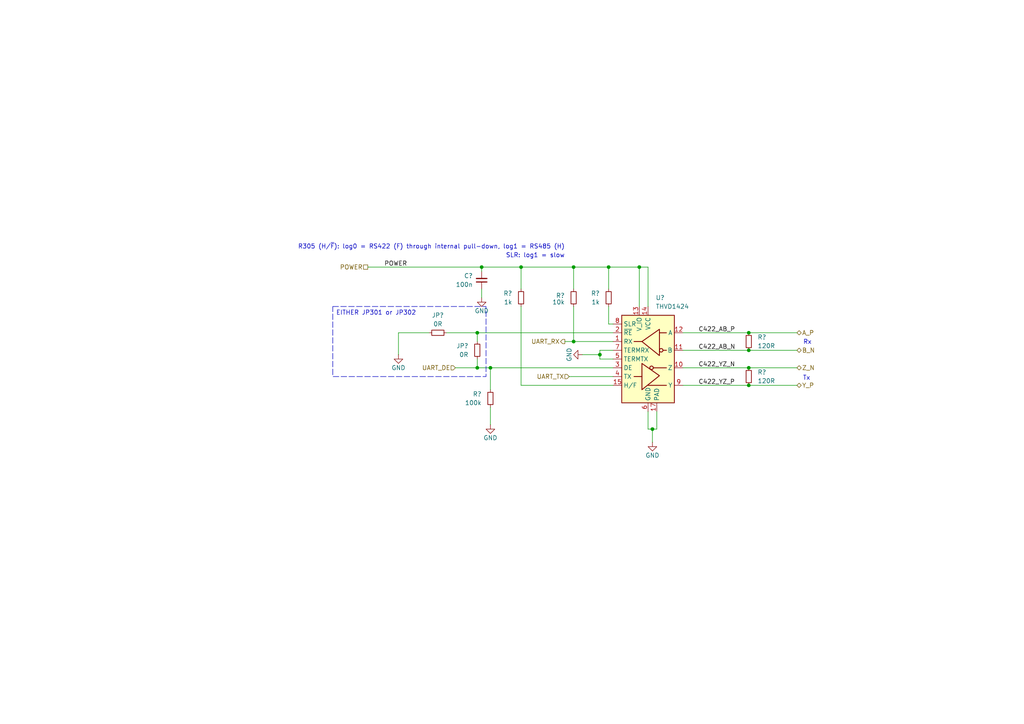
<source format=kicad_sch>
(kicad_sch (version 20250114) (generator "eeschema") (generator_version "9.0")
  (paper "A4")
  (lib_symbols
    (symbol "Device:C_Small" (pin_numbers (hide yes)) (pin_names (offset 0.254) (hide yes))
      (property "Reference" "C" (at 0.254 1.778 0))
      (property "Value" "C_Small" (at 0.254 -2.032 0))
      (symbol "C_Small_0_1"
        (polyline (pts (xy -1.524 0.508) (xy 1.524 0.508)) (stroke (width 0.3048)))
        (polyline (pts (xy -1.524 -0.508) (xy 1.524 -0.508)) (stroke (width 0.3302)))
      )
      (symbol "C_Small_1_1"
        (pin passive line (at 0 2.54 270) (length 2.032) (name "~") (number "1"))
        (pin passive line (at 0 -2.54 90) (length 2.032) (name "~") (number "2"))
      )
    )
    (symbol "Device:R_Small" (pin_numbers (hide yes)) (pin_names (offset 0.254) (hide yes))
      (property "Reference" "R" (at 0 0 90))
      (property "Value" "R_Small" (at 1.778 0 90))
      (symbol "R_Small_0_1"
        (rectangle (start -0.762 1.778) (end 0.762 -1.778) (stroke (width 0.2032)))
      )
      (symbol "R_Small_1_1"
        (pin passive line (at 0 2.54 270) (length 0.762) (name "~") (number "1"))
        (pin passive line (at 0 -2.54 90) (length 0.762) (name "~") (number "2"))
      )
    )
    (symbol "VZLU_Interface_UART:THVD1424"
      (property "Reference" "U" (at -6.35 13.97 0))
      (property "Value" "THVD1424" (at 11.43 13.97 0))
      (symbol "THVD1424_0_1"
        (rectangle (start -7.62 12.7) (end 7.62 -12.7) (stroke (width 0.254)) (fill (type background)))
        (polyline (pts (xy -1.778 5.08) (xy -4.064 5.08)) (stroke (width 0.254)))
        (polyline (pts (xy -1.778 -5.08) (xy -4.064 -5.08)) (stroke (width 0.254)))
        (polyline (pts (xy -1.778 -5.08) (xy -1.778 -1.27) (xy 3.302 -4.826) (xy -1.778 -8.89) (xy -1.778 -5.08)) (stroke (width 0.254)))
        (polyline (pts (xy 0 -7.62) (xy 5.334 -7.62)) (stroke (width 0.254)))
        (circle (center 1.016 -2.54) (radius 0.508) (stroke (width 0.254)))
        (polyline (pts (xy 1.524 -2.54) (xy 5.334 -2.54)) (stroke (width 0.254)))
        (polyline (pts (xy 3.302 7.62) (xy 5.334 7.62)) (stroke (width 0.254)))
        (polyline (pts (xy 4.318 2.54) (xy 5.334 2.54)) (stroke (width 0.254)))
      )
      (symbol "THVD1424_1_1"
        (polyline (pts (xy 3.302 4.826) (xy 3.302 8.636) (xy -1.778 5.08) (xy 3.302 1.016) (xy 3.302 4.826)) (stroke (width 0.254)))
        (circle (center 3.81 2.54) (radius 0.508) (stroke (width 0.254)))
        (pin passive line (at -10.16 10.16 0) (length 2.54) (name "SLR") (number "8"))
        (pin passive line (at -10.16 7.62 0) (length 2.54) (name "~{RE}") (number "2"))
        (pin output line (at -10.16 5.08 0) (length 2.54) (name "RX") (number "1"))
        (pin passive line (at -10.16 2.54 0) (length 2.54) (name "TERMRX") (number "7"))
        (pin passive line (at -10.16 0 0) (length 2.54) (name "TERMTX") (number "5"))
        (pin passive line (at -10.16 -2.54 0) (length 2.54) (name "DE") (number "3"))
        (pin input line (at -10.16 -5.08 0) (length 2.54) (name "TX") (number "4"))
        (pin passive line (at -10.16 -7.62 0) (length 2.54) (name "H/F") (number "15"))
        (pin power_in line (at -2.54 15.24 270) (length 2.54) (name "V_IO") (number "13"))
        (pin no_connect line (at -2.54 -15.24 90) (length 2.54) (hide yes) (name "NC") (number "16"))
        (pin power_in line (at 0 15.24 270) (length 2.54) (name "VCC") (number "14"))
        (pin power_in line (at 0 -15.24 90) (length 2.54) (name "GND") (number "6"))
        (pin passive line (at 2.54 -15.24 90) (length 2.54) (name "PAD") (number "17"))
        (pin passive line (at 10.16 7.62 180) (length 2.54) (name "A") (number "12"))
        (pin passive line (at 10.16 2.54 180) (length 2.54) (name "B") (number "11"))
        (pin passive line (at 10.16 -2.54 180) (length 2.54) (name "Z") (number "10"))
        (pin passive line (at 10.16 -7.62 180) (length 2.54) (name "Y") (number "9"))
      )
    )
    (symbol "power:GND" (power) (pin_numbers (hide yes)) (pin_names (offset 0) (hide yes))
      (property "Value" "GND" (at 0 -3.81 0))
      (symbol "GND_0_1"
        (polyline (pts (xy 0 0) (xy 0 -1.27) (xy 1.27 -1.27) (xy 0 -2.54) (xy -1.27 -1.27) (xy 0 -1.27)))
      )
      (symbol "GND_1_1"
        (pin power_in line (at 0 0 270) (length 0) (name "~") (number "1"))
      )
    )
  )
  (text "Tx" (at 233.934 109.728 0) (effects (font (size 1.27 1.27))))
  (text "Rx" (at 234.188 99.314 0) (effects (font (size 1.27 1.27))))
  (text "SLR: log1 = slow\n" (at 163.83 74.93 0) (effects (font (size 1.27 1.27)) (justify right bottom)))
  (text "R305 (H/~{F}): log0 = RS422 (F) through internal pull-down, log1 = RS485 (H)\n" (at 163.83 72.39 0) (effects (font (size 1.27 1.27)) (justify right bottom)))
  (text_box "EITHER JP301 or JP302" (at 96.52 88.9 0) (size 44.45 20.32) (margins 0.9525 0.9525 0.9525 0.9525) (stroke (width 0) (type dash)) (effects (font (size 1.27 1.27)) (justify left top)))
  (junction (at 217.17 111.76))
  (junction (at 166.37 77.47))
  (junction (at 217.17 96.52))
  (junction (at 166.37 99.06))
  (junction (at 176.53 77.47))
  (junction (at 138.43 106.68))
  (junction (at 173.99 102.87))
  (junction (at 189.23 124.46))
  (junction (at 142.24 106.68))
  (junction (at 217.17 101.6))
  (junction (at 217.17 106.68))
  (junction (at 151.13 77.47))
  (junction (at 185.42 77.47))
  (junction (at 138.43 96.52))
  (junction (at 139.7 77.47))
  (wire (pts (xy 129.54 96.52) (xy 138.43 96.52)))
  (wire (pts (xy 168.91 102.87) (xy 173.99 102.87)))
  (wire (pts (xy 139.7 77.47) (xy 151.13 77.47)))
  (wire (pts (xy 151.13 77.47) (xy 166.37 77.47)))
  (wire (pts (xy 138.43 106.68) (xy 142.24 106.68)))
  (wire (pts (xy 138.43 104.14) (xy 138.43 106.68)))
  (wire (pts (xy 187.96 124.46) (xy 189.23 124.46)))
  (wire (pts (xy 198.12 101.6) (xy 217.17 101.6)))
  (wire (pts (xy 190.5 124.46) (xy 189.23 124.46)))
  (wire (pts (xy 198.12 106.68) (xy 217.17 106.68)))
  (wire (pts (xy 166.37 99.06) (xy 177.8 99.06)))
  (wire (pts (xy 115.57 96.52) (xy 115.57 102.87)))
  (wire (pts (xy 187.96 77.47) (xy 187.96 88.9)))
  (wire (pts (xy 217.17 106.68) (xy 231.14 106.68)))
  (wire (pts (xy 151.13 88.9) (xy 151.13 111.76)))
  (wire (pts (xy 177.8 101.6) (xy 173.99 101.6)))
  (wire (pts (xy 190.5 119.38) (xy 190.5 124.46)))
  (wire (pts (xy 166.37 77.47) (xy 166.37 83.82)))
  (wire (pts (xy 177.8 93.98) (xy 176.53 93.98)))
  (wire (pts (xy 217.17 111.76) (xy 231.14 111.76)))
  (wire (pts (xy 198.12 111.76) (xy 217.17 111.76)))
  (wire (pts (xy 106.68 77.47) (xy 139.7 77.47)))
  (wire (pts (xy 166.37 77.47) (xy 176.53 77.47)))
  (wire (pts (xy 132.08 106.68) (xy 138.43 106.68)))
  (wire (pts (xy 165.1 109.22) (xy 177.8 109.22)))
  (wire (pts (xy 187.96 124.46) (xy 187.96 119.38)))
  (wire (pts (xy 176.53 77.47) (xy 176.53 83.82)))
  (wire (pts (xy 198.12 96.52) (xy 217.17 96.52)))
  (wire (pts (xy 217.17 101.6) (xy 231.14 101.6)))
  (wire (pts (xy 185.42 77.47) (xy 187.96 77.47)))
  (wire (pts (xy 189.23 124.46) (xy 189.23 128.27)))
  (wire (pts (xy 176.53 77.47) (xy 185.42 77.47)))
  (wire (pts (xy 163.83 99.06) (xy 166.37 99.06)))
  (wire (pts (xy 185.42 88.9) (xy 185.42 77.47)))
  (wire (pts (xy 173.99 101.6) (xy 173.99 102.87)))
  (wire (pts (xy 139.7 78.74) (xy 139.7 77.47)))
  (wire (pts (xy 166.37 99.06) (xy 166.37 88.9)))
  (wire (pts (xy 139.7 83.82) (xy 139.7 86.36)))
  (wire (pts (xy 142.24 106.68) (xy 177.8 106.68)))
  (wire (pts (xy 176.53 93.98) (xy 176.53 88.9)))
  (wire (pts (xy 124.46 96.52) (xy 115.57 96.52)))
  (wire (pts (xy 151.13 77.47) (xy 151.13 83.82)))
  (wire (pts (xy 173.99 102.87) (xy 173.99 104.14)))
  (wire (pts (xy 151.13 111.76) (xy 177.8 111.76)))
  (wire (pts (xy 173.99 104.14) (xy 177.8 104.14)))
  (wire (pts (xy 217.17 96.52) (xy 231.14 96.52)))
  (wire (pts (xy 142.24 118.11) (xy 142.24 123.19)))
  (wire (pts (xy 138.43 96.52) (xy 138.43 99.06)))
  (wire (pts (xy 142.24 106.68) (xy 142.24 113.03)))
  (wire (pts (xy 138.43 96.52) (xy 177.8 96.52)))
  (label "C422_AB_P" (at 202.565 96.52 0))
  (label "POWER" (at 118.11 77.47 180))
  (label "C422_AB_N" (at 202.565 101.6 0))
  (label "C422_YZ_N" (at 202.565 106.68 0))
  (label "C422_YZ_P" (at 202.565 111.76 0))
  (hierarchical_label "Y_P" (shape bidirectional) (at 231.14 111.76 0))
  (hierarchical_label "Z_N" (shape bidirectional) (at 231.14 106.68 0))
  (hierarchical_label "UART_TX" (shape input) (at 165.1 109.22 180))
  (hierarchical_label "UART_DE" (shape input) (at 132.08 106.68 180))
  (hierarchical_label "POWER" (shape passive) (at 106.68 77.47 180))
  (hierarchical_label "UART_RX" (shape output) (at 163.83 99.06 180))
  (hierarchical_label "A_P" (shape bidirectional) (at 231.14 96.52 0))
  (hierarchical_label "B_N" (shape bidirectional) (at 231.14 101.6 0))
  (symbol (lib_id "Device:R_Small") (at 217.17 99.06 180) (unit 1)
    (property "Reference" "R?" (at 219.71 97.7899 0) (effects (justify right)))
    (property "Value" "120R" (at 219.71 100.3299 0) (effects (justify right)))
    (property "Footprint" "Resistor_SMD:R_0603_1608Metric" (effects (hide yes)))
    (property "MF_PN" "ERA-3AEB121V" (effects (hide yes)))
    (property "Manufacturer" "Panasonic" (effects (hide yes)))
    (instances (project "TEST_PCB" (path "" (reference "R?") (unit 1))) (project "EPS" (path "" (reference "R8905") (unit 1))))
  )
  (symbol (lib_id "Device:R_Small") (at 166.37 86.36 0) (mirror x) (unit 1)
    (property "Reference" "R?" (at 163.83 85.725 0) (effects (justify right)))
    (property "Value" "10k" (at 163.83 87.6299 0) (effects (justify right)))
    (property "Footprint" "Resistor_SMD:R_0603_1608Metric" (effects (hide yes)))
    (property "MF_PN" "RP0603DRD0710KL" (effects (hide yes)))
    (property "Manufacturer" "YAGEO" (effects (hide yes)))
    (instances (project "TEST_PCB" (path "" (reference "R?") (unit 1))) (project "EPS" (path "" (reference "R8903") (unit 1))))
  )
  (symbol (lib_id "Device:R_Small") (at 127 96.52 90) (mirror x) (unit 1)
    (property "Reference" "JP?" (at 127 91.44 90))
    (property "Value" "0R" (at 127 93.98 90))
    (property "Footprint" "Resistor_SMD:R_0603_1608Metric" (effects (hide yes)))
    (property "MF_PN" "ERJ-3GEY0R00V" (effects (hide yes)))
    (property "Manufacturer" "Panasonic" (effects (hide yes)))
    (instances (project "TEST_PCB" (path "" (reference "JP?") (unit 1))) (project "EPS" (path "" (reference "JP8901") (unit 1))))
  )
  (symbol (lib_id "power:GND") (at 142.24 123.19 0) (mirror y) (unit 1)
    (property "Reference" "#PWR?" (effects (hide yes)))
    (property "Value" "GND" (at 142.24 127 0))
    (instances (project "TEST_PCB" (path "" (reference "#PWR?") (unit 1))) (project "EPS" (path "" (reference "#PWR08903") (unit 1))))
  )
  (symbol (lib_id "Device:C_Small") (at 139.7 81.28 0) (mirror x) (unit 1)
    (property "Reference" "C?" (at 137.16 80.0035 0) (effects (justify right)))
    (property "Value" "100n" (at 137.16 82.5435 0) (effects (justify right)))
    (property "Footprint" "Capacitor_SMD:C_0603_1608Metric" (effects (hide yes)))
    (property "MF_PN" "KAF15AR71H104KT" (effects (hide yes)))
    (property "Manufacturer" "KYOCERA AVX" (effects (hide yes)))
    (instances (project "TEST_PCB" (path "" (reference "C?") (unit 1))) (project "EPS" (path "" (reference "C8901") (unit 1))))
  )
  (symbol (lib_id "Device:R_Small") (at 151.13 86.36 0) (mirror x) (unit 1)
    (property "Reference" "R?" (at 148.59 85.09 0) (effects (justify right)))
    (property "Value" "1k" (at 148.59 87.63 0) (effects (justify right)))
    (property "Footprint" "Resistor_SMD:R_0603_1608Metric" (effects (hide yes)))
    (instances (project "TEST_PCB" (path "" (reference "R?") (unit 1))) (project "EPS" (path "" (reference "R8902") (unit 1))))
  )
  (symbol (lib_id "power:GND") (at 189.23 128.27 0) (mirror y) (unit 1)
    (property "Reference" "#PWR?" (effects (hide yes)))
    (property "Value" "GND" (at 189.23 132.08 0))
    (instances (project "TEST_PCB" (path "" (reference "#PWR?") (unit 1))) (project "EPS" (path "" (reference "#PWR08905") (unit 1))))
  )
  (symbol (lib_id "Device:R_Small") (at 176.53 86.36 0) (mirror x) (unit 1)
    (property "Reference" "R?" (at 173.99 85.09 0) (effects (justify right)))
    (property "Value" "1k" (at 173.99 87.63 0) (effects (justify right)))
    (property "Footprint" "Resistor_SMD:R_0603_1608Metric" (effects (hide yes)))
    (instances (project "TEST_PCB" (path "" (reference "R?") (unit 1))) (project "EPS" (path "" (reference "R8904") (unit 1))))
  )
  (symbol (lib_id "power:GND") (at 115.57 102.87 0) (mirror y) (unit 1)
    (property "Reference" "#PWR?" (effects (hide yes)))
    (property "Value" "GND" (at 115.57 106.68 0))
    (instances (project "TEST_PCB" (path "" (reference "#PWR?") (unit 1))) (project "EPS" (path "" (reference "#PWR08901") (unit 1))))
  )
  (symbol (lib_id "Device:R_Small") (at 142.24 115.57 0) (mirror x) (unit 1)
    (property "Reference" "R?" (at 139.7 114.2999 0) (effects (justify right)))
    (property "Value" "100k" (at 139.7 116.8399 0) (effects (justify right)))
    (property "Footprint" "Resistor_SMD:R_0603_1608Metric" (effects (hide yes)))
    (property "MF_PN" "RP0603DRD07100KL" (effects (hide yes)))
    (property "Manufacturer" "YAGEO" (effects (hide yes)))
    (instances (project "TEST_PCB" (path "" (reference "R?") (unit 1))) (project "EPS" (path "" (reference "R8901") (unit 1))))
  )
  (symbol (lib_id "VZLU_Interface_UART:THVD1424") (at 187.96 104.14 0) (unit 1)
    (property "Reference" "U?" (at 190.1541 86.36 0) (effects (justify left)))
    (property "Value" "THVD1424" (at 190.1541 88.9 0) (effects (justify left)))
    (property "Footprint" "Package_DFN_QFN:VQFN-16-1EP_3x3mm_P0.5mm_EP1.6x1.6mm_ThermalVias" (effects (hide yes)))
    (property "Datasheet" "https://www.ti.com/lit/ds/symlink/thvd1424.pdf" (effects (hide yes)))
    (property "MF_PN" "THVD1424RGTR" (effects (hide yes)))
    (property "Manufacturer" "Texas Instruments" (effects (hide yes)))
    (instances (project "TEST_PCB" (path "" (reference "U?") (unit 1))) (project "EPS" (path "" (reference "U8901") (unit 1))))
  )
  (symbol (lib_id "power:GND") (at 168.91 102.87 270) (mirror x) (unit 1)
    (property "Reference" "#PWR?" (effects (hide yes)))
    (property "Value" "GND" (at 165.1 102.87 0))
    (instances (project "TEST_PCB" (path "" (reference "#PWR?") (unit 1))) (project "EPS" (path "" (reference "#PWR08904") (unit 1))))
  )
  (symbol (lib_id "Device:R_Small") (at 217.17 109.22 180) (unit 1)
    (property "Reference" "R?" (at 219.71 107.9499 0) (effects (justify right)))
    (property "Value" "120R" (at 219.71 110.4899 0) (effects (justify right)))
    (property "Footprint" "Resistor_SMD:R_0603_1608Metric" (effects (hide yes)))
    (property "MF_PN" "ERA-3AEB121V" (effects (hide yes)))
    (property "Manufacturer" "Panasonic" (effects (hide yes)))
    (instances (project "TEST_PCB" (path "" (reference "R?") (unit 1))) (project "EPS" (path "" (reference "R8906") (unit 1))))
  )
  (symbol (lib_id "power:GND") (at 139.7 86.36 0) (mirror y) (unit 1)
    (property "Reference" "#PWR?" (effects (hide yes)))
    (property "Value" "GND" (at 139.7 90.17 0))
    (instances (project "TEST_PCB" (path "" (reference "#PWR?") (unit 1))) (project "EPS" (path "" (reference "#PWR08902") (unit 1))))
  )
  (symbol (lib_id "Device:R_Small") (at 138.43 101.6 0) (mirror x) (unit 1)
    (property "Reference" "JP?" (at 135.89 100.33 0) (effects (justify right)))
    (property "Value" "0R" (at 135.89 102.87 0) (effects (justify right)))
    (property "Footprint" "Resistor_SMD:R_0603_1608Metric" (effects (hide yes)))
    (property "MF_PN" "ERJ-3GEY0R00V" (effects (hide yes)))
    (property "Manufacturer" "Panasonic" (effects (hide yes)))
    (instances (project "TEST_PCB" (path "" (reference "JP?") (unit 1))) (project "EPS" (path "" (reference "JP8902") (unit 1))))
  )
)
</source>
